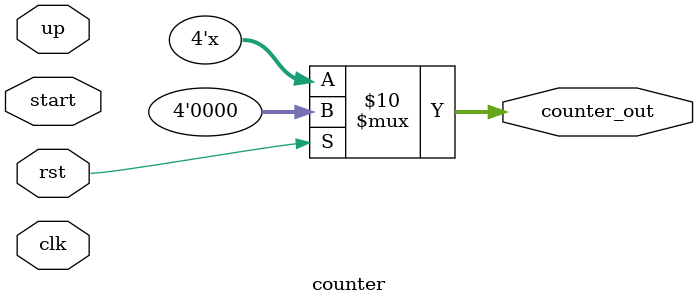
<source format=v>
`timescale 1ns / 1ps


module counter( 
    input clk,
	input rst,
	input start,
    input up,
    output reg[3:0] counter_out
);
	
	// ÇëÍê³ÉÄ£¿éµÄÉè¼Æ
    always@(clk)
    begin
        if(rst)begin
            counter_out = 0;
        end
        else if(start)begin
            if(up)begin
                counter_out <= counter_out+1;
            end
            else begin
                counter_out <= counter_out-1;
            end
        end
    end
	
	
endmodule

</source>
